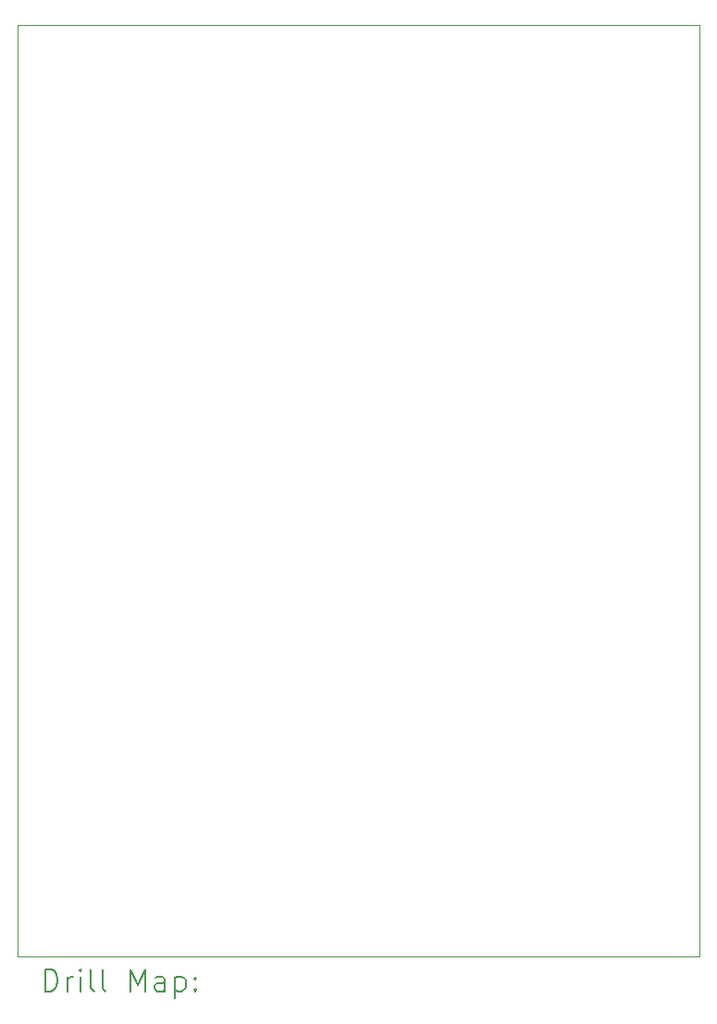
<source format=gbr>
%FSLAX45Y45*%
G04 Gerber Fmt 4.5, Leading zero omitted, Abs format (unit mm)*
G04 Created by KiCad (PCBNEW (6.0.1)) date 2022-04-27 15:55:12*
%MOMM*%
%LPD*%
G01*
G04 APERTURE LIST*
%TA.AperFunction,Profile*%
%ADD10C,0.100000*%
%TD*%
%ADD11C,0.200000*%
G04 APERTURE END LIST*
D10*
X5080000Y-11520000D02*
X5080000Y-3000000D01*
X5080000Y-3000000D02*
X11320000Y-3000000D01*
X11320000Y-11520000D02*
X11320000Y-3000000D01*
X5080000Y-11520000D02*
X11320000Y-11520000D01*
D11*
X5332619Y-11835476D02*
X5332619Y-11635476D01*
X5380238Y-11635476D01*
X5408810Y-11645000D01*
X5427857Y-11664048D01*
X5437381Y-11683095D01*
X5446905Y-11721190D01*
X5446905Y-11749762D01*
X5437381Y-11787857D01*
X5427857Y-11806905D01*
X5408810Y-11825952D01*
X5380238Y-11835476D01*
X5332619Y-11835476D01*
X5532619Y-11835476D02*
X5532619Y-11702143D01*
X5532619Y-11740238D02*
X5542143Y-11721190D01*
X5551667Y-11711667D01*
X5570714Y-11702143D01*
X5589762Y-11702143D01*
X5656428Y-11835476D02*
X5656428Y-11702143D01*
X5656428Y-11635476D02*
X5646905Y-11645000D01*
X5656428Y-11654524D01*
X5665952Y-11645000D01*
X5656428Y-11635476D01*
X5656428Y-11654524D01*
X5780238Y-11835476D02*
X5761190Y-11825952D01*
X5751667Y-11806905D01*
X5751667Y-11635476D01*
X5885000Y-11835476D02*
X5865952Y-11825952D01*
X5856428Y-11806905D01*
X5856428Y-11635476D01*
X6113571Y-11835476D02*
X6113571Y-11635476D01*
X6180238Y-11778333D01*
X6246905Y-11635476D01*
X6246905Y-11835476D01*
X6427857Y-11835476D02*
X6427857Y-11730714D01*
X6418333Y-11711667D01*
X6399286Y-11702143D01*
X6361190Y-11702143D01*
X6342143Y-11711667D01*
X6427857Y-11825952D02*
X6408809Y-11835476D01*
X6361190Y-11835476D01*
X6342143Y-11825952D01*
X6332619Y-11806905D01*
X6332619Y-11787857D01*
X6342143Y-11768809D01*
X6361190Y-11759286D01*
X6408809Y-11759286D01*
X6427857Y-11749762D01*
X6523095Y-11702143D02*
X6523095Y-11902143D01*
X6523095Y-11711667D02*
X6542143Y-11702143D01*
X6580238Y-11702143D01*
X6599286Y-11711667D01*
X6608809Y-11721190D01*
X6618333Y-11740238D01*
X6618333Y-11797381D01*
X6608809Y-11816428D01*
X6599286Y-11825952D01*
X6580238Y-11835476D01*
X6542143Y-11835476D01*
X6523095Y-11825952D01*
X6704048Y-11816428D02*
X6713571Y-11825952D01*
X6704048Y-11835476D01*
X6694524Y-11825952D01*
X6704048Y-11816428D01*
X6704048Y-11835476D01*
X6704048Y-11711667D02*
X6713571Y-11721190D01*
X6704048Y-11730714D01*
X6694524Y-11721190D01*
X6704048Y-11711667D01*
X6704048Y-11730714D01*
M02*

</source>
